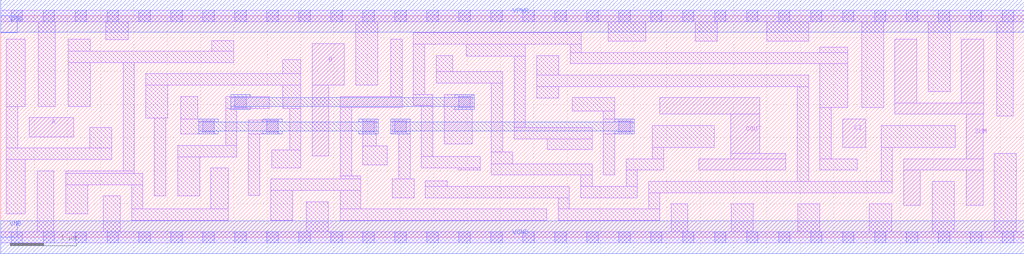
<source format=lef>
# Copyright 2020 The SkyWater PDK Authors
#
# Licensed under the Apache License, Version 2.0 (the "License");
# you may not use this file except in compliance with the License.
# You may obtain a copy of the License at
#
#     https://www.apache.org/licenses/LICENSE-2.0
#
# Unless required by applicable law or agreed to in writing, software
# distributed under the License is distributed on an "AS IS" BASIS,
# WITHOUT WARRANTIES OR CONDITIONS OF ANY KIND, either express or implied.
# See the License for the specific language governing permissions and
# limitations under the License.
#
# SPDX-License-Identifier: Apache-2.0

VERSION 5.5 ;
NAMESCASESENSITIVE ON ;
BUSBITCHARS "[]" ;
DIVIDERCHAR "/" ;
MACRO sky130_fd_sc_hs__fah_4
  CLASS CORE ;
  SOURCE USER ;
  ORIGIN  0.000000  0.000000 ;
  SIZE  15.36000 BY  3.330000 ;
  SYMMETRY X Y ;
  SITE unit ;
  PIN A
    ANTENNAGATEAREA  0.492000 ;
    DIRECTION INPUT ;
    USE SIGNAL ;
    PORT
      LAYER li1 ;
        RECT 0.425000 1.510000 1.095000 1.800000 ;
    END
  END A
  PIN B
    ANTENNAGATEAREA  0.723000 ;
    DIRECTION INPUT ;
    USE SIGNAL ;
    PORT
      LAYER li1 ;
        RECT 4.675000 1.220000 4.925000 2.290000 ;
        RECT 4.675000 2.290000 5.155000 2.910000 ;
    END
  END B
  PIN CI
    ANTENNAGATEAREA  0.246000 ;
    DIRECTION INPUT ;
    USE SIGNAL ;
    PORT
      LAYER li1 ;
        RECT 12.635000 1.350000 12.980000 1.780000 ;
    END
  END CI
  PIN COUT
    ANTENNADIFFAREA  1.086400 ;
    DIRECTION OUTPUT ;
    USE SIGNAL ;
    PORT
      LAYER li1 ;
        RECT  9.890000 1.850000 11.395000 2.100000 ;
        RECT 10.475000 1.010000 11.785000 1.180000 ;
        RECT 10.960000 1.180000 11.785000 1.260000 ;
        RECT 10.960000 1.260000 11.395000 1.850000 ;
    END
  END COUT
  PIN SUM
    ANTENNADIFFAREA  1.097600 ;
    DIRECTION OUTPUT ;
    USE SIGNAL ;
    PORT
      LAYER li1 ;
        RECT 13.420000 1.850000 14.755000 2.020000 ;
        RECT 13.420000 2.020000 13.750000 2.980000 ;
        RECT 13.555000 0.480000 13.805000 1.010000 ;
        RECT 13.555000 1.010000 14.745000 1.180000 ;
        RECT 14.420000 2.020000 14.755000 2.980000 ;
        RECT 14.495000 0.480000 14.745000 1.010000 ;
        RECT 14.495000 1.180000 14.745000 1.850000 ;
    END
  END SUM
  PIN VGND
    DIRECTION INOUT ;
    USE GROUND ;
    PORT
      LAYER met1 ;
        RECT 0.000000 -0.245000 15.360000 0.245000 ;
    END
  END VGND
  PIN VNB
    DIRECTION INOUT ;
    USE GROUND ;
    PORT
    END
  END VNB
  PIN VPB
    DIRECTION INOUT ;
    USE POWER ;
    PORT
    END
  END VPB
  PIN VNB
    DIRECTION INOUT ;
    USE GROUND ;
    PORT
      LAYER met1 ;
        RECT 0.000000 0.000000 0.250000 0.250000 ;
    END
  END VNB
  PIN VPB
    DIRECTION INOUT ;
    USE POWER ;
    PORT
      LAYER met1 ;
        RECT 0.000000 3.080000 0.250000 3.330000 ;
    END
  END VPB
  PIN VPWR
    DIRECTION INOUT ;
    USE POWER ;
    PORT
      LAYER met1 ;
        RECT 0.000000 3.085000 15.360000 3.575000 ;
    END
  END VPWR
  OBS
    LAYER li1 ;
      RECT  0.000000 -0.085000 15.360000 0.085000 ;
      RECT  0.000000  3.245000 15.360000 3.415000 ;
      RECT  0.085000  0.350000  0.365000 1.170000 ;
      RECT  0.085000  1.170000  1.665000 1.340000 ;
      RECT  0.085000  1.340000  0.255000 1.970000 ;
      RECT  0.085000  1.970000  0.365000 2.980000 ;
      RECT  0.545000  0.085000  0.795000 1.000000 ;
      RECT  0.565000  1.970000  0.815000 3.245000 ;
      RECT  0.975000  0.350000  1.305000 0.790000 ;
      RECT  0.975000  0.790000  2.135000 0.960000 ;
      RECT  0.975000  0.960000  2.005000 1.000000 ;
      RECT  1.015000  1.970000  1.345000 2.630000 ;
      RECT  1.015000  2.630000  3.495000 2.800000 ;
      RECT  1.015000  2.800000  1.345000 2.980000 ;
      RECT  1.335000  1.340000  1.665000 1.650000 ;
      RECT  1.535000  0.085000  1.795000 0.620000 ;
      RECT  1.575000  2.970000  1.915000 3.245000 ;
      RECT  1.835000  1.000000  2.005000 2.630000 ;
      RECT  1.965000  0.255000  3.415000 0.425000 ;
      RECT  1.965000  0.425000  2.135000 0.790000 ;
      RECT  2.175000  1.790000  2.505000 2.290000 ;
      RECT  2.175000  2.290000  4.505000 2.460000 ;
      RECT  2.305000  0.625000  2.475000 1.790000 ;
      RECT  2.655000  0.625000  2.985000 1.210000 ;
      RECT  2.655000  1.210000  3.545000 1.380000 ;
      RECT  2.705000  1.550000  3.205000 1.780000 ;
      RECT  2.705000  1.780000  2.960000 2.120000 ;
      RECT  3.155000  0.425000  3.415000 1.040000 ;
      RECT  3.165000  2.800000  3.495000 2.960000 ;
      RECT  3.375000  1.380000  3.545000 1.935000 ;
      RECT  3.375000  1.935000  4.030000 2.120000 ;
      RECT  3.715000  0.630000  3.885000 1.550000 ;
      RECT  3.715000  1.550000  4.165000 1.765000 ;
      RECT  4.055000  0.255000  4.385000 0.705000 ;
      RECT  4.055000  0.705000  5.405000 0.875000 ;
      RECT  4.065000  1.045000  4.505000 1.310000 ;
      RECT  4.230000  1.935000  4.505000 2.290000 ;
      RECT  4.230000  2.460000  4.505000 2.670000 ;
      RECT  4.335000  1.310000  4.505000 1.935000 ;
      RECT  4.585000  0.085000  4.915000 0.535000 ;
      RECT  5.095000  0.255000  8.195000 0.425000 ;
      RECT  5.095000  0.425000  5.405000 0.705000 ;
      RECT  5.095000  0.875000  5.405000 0.920000 ;
      RECT  5.095000  0.920000  5.265000 1.950000 ;
      RECT  5.095000  1.950000  6.025000 2.120000 ;
      RECT  5.325000  2.290000  5.655000 3.245000 ;
      RECT  5.435000  1.090000  5.805000 1.375000 ;
      RECT  5.435000  1.375000  5.635000 1.780000 ;
      RECT  5.855000  2.120000  6.025000 2.980000 ;
      RECT  5.875000  0.595000  6.205000 0.875000 ;
      RECT  5.885000  1.550000  6.145000 1.780000 ;
      RECT  5.975000  0.875000  6.145000 1.550000 ;
      RECT  6.195000  1.980000  6.485000 2.150000 ;
      RECT  6.195000  2.150000  6.365000 2.905000 ;
      RECT  6.195000  2.905000  8.715000 3.075000 ;
      RECT  6.315000  1.045000  7.195000 1.215000 ;
      RECT  6.315000  1.215000  6.485000 1.980000 ;
      RECT  6.375000  0.595000  8.535000 0.765000 ;
      RECT  6.375000  0.765000  6.705000 0.845000 ;
      RECT  6.535000  2.320000  7.535000 2.490000 ;
      RECT  6.535000  2.490000  6.785000 2.735000 ;
      RECT  6.655000  1.405000  7.075000 2.150000 ;
      RECT  6.865000  1.015000  7.195000 1.045000 ;
      RECT  6.990000  2.725000  7.875000 2.905000 ;
      RECT  7.365000  0.935000  8.875000 1.105000 ;
      RECT  7.365000  1.105000  7.685000 1.285000 ;
      RECT  7.365000  1.285000  7.535000 2.320000 ;
      RECT  7.705000  1.480000  8.875000 1.650000 ;
      RECT  7.705000  1.650000  7.875000 2.725000 ;
      RECT  8.045000  2.095000  8.375000 2.270000 ;
      RECT  8.045000  2.270000 12.125000 2.440000 ;
      RECT  8.045000  2.440000  8.375000 2.735000 ;
      RECT  8.205000  1.320000  8.875000 1.480000 ;
      RECT  8.365000  0.255000  9.895000 0.425000 ;
      RECT  8.365000  0.425000  8.535000 0.595000 ;
      RECT  8.545000  2.610000 12.715000 2.780000 ;
      RECT  8.545000  2.780000  8.715000 2.905000 ;
      RECT  8.580000  1.900000  9.215000 2.100000 ;
      RECT  8.705000  0.595000  9.555000 0.765000 ;
      RECT  8.705000  0.765000  8.875000 0.935000 ;
      RECT  9.045000  0.935000  9.215000 1.550000 ;
      RECT  9.045000  1.550000  9.475000 1.775000 ;
      RECT  9.045000  1.775000  9.215000 1.900000 ;
      RECT  9.115000  2.950000  9.685000 3.245000 ;
      RECT  9.385000  0.765000  9.555000 1.010000 ;
      RECT  9.385000  1.010000  9.950000 1.180000 ;
      RECT  9.725000  0.425000  9.895000 0.670000 ;
      RECT  9.725000  0.670000 13.385000 0.840000 ;
      RECT  9.780000  1.180000  9.950000 1.350000 ;
      RECT  9.780000  1.350000 10.710000 1.680000 ;
      RECT 10.065000  0.085000 10.315000 0.500000 ;
      RECT 10.425000  2.950000 10.755000 3.245000 ;
      RECT 10.965000  0.085000 11.295000 0.500000 ;
      RECT 11.495000  2.950000 12.125000 3.245000 ;
      RECT 11.955000  0.840000 12.125000 2.270000 ;
      RECT 11.965000  0.085000 12.295000 0.500000 ;
      RECT 12.295000  1.010000 12.855000 1.180000 ;
      RECT 12.295000  1.180000 12.465000 1.950000 ;
      RECT 12.295000  1.950000 12.715000 2.610000 ;
      RECT 12.295000  2.780000 12.715000 2.860000 ;
      RECT 12.920000  1.950000 13.250000 3.245000 ;
      RECT 13.035000  0.085000 13.375000 0.500000 ;
      RECT 13.215000  0.840000 13.385000 1.350000 ;
      RECT 13.215000  1.350000 14.325000 1.680000 ;
      RECT 13.920000  2.190000 14.250000 3.245000 ;
      RECT 13.985000  0.085000 14.315000 0.840000 ;
      RECT 14.915000  0.085000 15.245000 1.260000 ;
      RECT 14.950000  1.820000 15.200000 3.245000 ;
    LAYER mcon ;
      RECT  0.155000 -0.085000  0.325000 0.085000 ;
      RECT  0.155000  3.245000  0.325000 3.415000 ;
      RECT  0.635000 -0.085000  0.805000 0.085000 ;
      RECT  0.635000  3.245000  0.805000 3.415000 ;
      RECT  1.115000 -0.085000  1.285000 0.085000 ;
      RECT  1.115000  3.245000  1.285000 3.415000 ;
      RECT  1.595000 -0.085000  1.765000 0.085000 ;
      RECT  1.595000  3.245000  1.765000 3.415000 ;
      RECT  2.075000 -0.085000  2.245000 0.085000 ;
      RECT  2.075000  3.245000  2.245000 3.415000 ;
      RECT  2.555000 -0.085000  2.725000 0.085000 ;
      RECT  2.555000  3.245000  2.725000 3.415000 ;
      RECT  3.035000 -0.085000  3.205000 0.085000 ;
      RECT  3.035000  1.580000  3.205000 1.750000 ;
      RECT  3.035000  3.245000  3.205000 3.415000 ;
      RECT  3.515000 -0.085000  3.685000 0.085000 ;
      RECT  3.515000  1.950000  3.685000 2.120000 ;
      RECT  3.515000  3.245000  3.685000 3.415000 ;
      RECT  3.995000 -0.085000  4.165000 0.085000 ;
      RECT  3.995000  1.580000  4.165000 1.750000 ;
      RECT  3.995000  3.245000  4.165000 3.415000 ;
      RECT  4.475000 -0.085000  4.645000 0.085000 ;
      RECT  4.475000  3.245000  4.645000 3.415000 ;
      RECT  4.955000 -0.085000  5.125000 0.085000 ;
      RECT  4.955000  3.245000  5.125000 3.415000 ;
      RECT  5.435000 -0.085000  5.605000 0.085000 ;
      RECT  5.435000  1.580000  5.605000 1.750000 ;
      RECT  5.435000  3.245000  5.605000 3.415000 ;
      RECT  5.915000 -0.085000  6.085000 0.085000 ;
      RECT  5.915000  1.580000  6.085000 1.750000 ;
      RECT  5.915000  3.245000  6.085000 3.415000 ;
      RECT  6.395000 -0.085000  6.565000 0.085000 ;
      RECT  6.395000  3.245000  6.565000 3.415000 ;
      RECT  6.875000 -0.085000  7.045000 0.085000 ;
      RECT  6.875000  1.950000  7.045000 2.120000 ;
      RECT  6.875000  3.245000  7.045000 3.415000 ;
      RECT  7.355000 -0.085000  7.525000 0.085000 ;
      RECT  7.355000  3.245000  7.525000 3.415000 ;
      RECT  7.835000 -0.085000  8.005000 0.085000 ;
      RECT  7.835000  3.245000  8.005000 3.415000 ;
      RECT  8.315000 -0.085000  8.485000 0.085000 ;
      RECT  8.315000  3.245000  8.485000 3.415000 ;
      RECT  8.795000 -0.085000  8.965000 0.085000 ;
      RECT  8.795000  3.245000  8.965000 3.415000 ;
      RECT  9.275000 -0.085000  9.445000 0.085000 ;
      RECT  9.275000  1.580000  9.445000 1.750000 ;
      RECT  9.275000  3.245000  9.445000 3.415000 ;
      RECT  9.755000 -0.085000  9.925000 0.085000 ;
      RECT  9.755000  3.245000  9.925000 3.415000 ;
      RECT 10.235000 -0.085000 10.405000 0.085000 ;
      RECT 10.235000  3.245000 10.405000 3.415000 ;
      RECT 10.715000 -0.085000 10.885000 0.085000 ;
      RECT 10.715000  3.245000 10.885000 3.415000 ;
      RECT 11.195000 -0.085000 11.365000 0.085000 ;
      RECT 11.195000  3.245000 11.365000 3.415000 ;
      RECT 11.675000 -0.085000 11.845000 0.085000 ;
      RECT 11.675000  3.245000 11.845000 3.415000 ;
      RECT 12.155000 -0.085000 12.325000 0.085000 ;
      RECT 12.155000  3.245000 12.325000 3.415000 ;
      RECT 12.635000 -0.085000 12.805000 0.085000 ;
      RECT 12.635000  3.245000 12.805000 3.415000 ;
      RECT 13.115000 -0.085000 13.285000 0.085000 ;
      RECT 13.115000  3.245000 13.285000 3.415000 ;
      RECT 13.595000 -0.085000 13.765000 0.085000 ;
      RECT 13.595000  3.245000 13.765000 3.415000 ;
      RECT 14.075000 -0.085000 14.245000 0.085000 ;
      RECT 14.075000  3.245000 14.245000 3.415000 ;
      RECT 14.555000 -0.085000 14.725000 0.085000 ;
      RECT 14.555000  3.245000 14.725000 3.415000 ;
      RECT 15.035000 -0.085000 15.205000 0.085000 ;
      RECT 15.035000  3.245000 15.205000 3.415000 ;
    LAYER met1 ;
      RECT 2.975000 1.550000 3.265000 1.595000 ;
      RECT 2.975000 1.595000 5.665000 1.735000 ;
      RECT 2.975000 1.735000 3.265000 1.780000 ;
      RECT 3.455000 1.920000 3.745000 1.965000 ;
      RECT 3.455000 1.965000 7.105000 2.105000 ;
      RECT 3.455000 2.105000 3.745000 2.150000 ;
      RECT 3.935000 1.550000 4.225000 1.595000 ;
      RECT 3.935000 1.735000 4.225000 1.780000 ;
      RECT 5.375000 1.550000 5.665000 1.595000 ;
      RECT 5.375000 1.735000 5.665000 1.780000 ;
      RECT 5.855000 1.550000 6.145000 1.595000 ;
      RECT 5.855000 1.595000 9.505000 1.735000 ;
      RECT 5.855000 1.735000 6.145000 1.780000 ;
      RECT 6.815000 1.920000 7.105000 1.965000 ;
      RECT 6.815000 2.105000 7.105000 2.150000 ;
      RECT 9.215000 1.550000 9.505000 1.595000 ;
      RECT 9.215000 1.735000 9.505000 1.780000 ;
  END
END sky130_fd_sc_hs__fah_4
END LIBRARY

</source>
